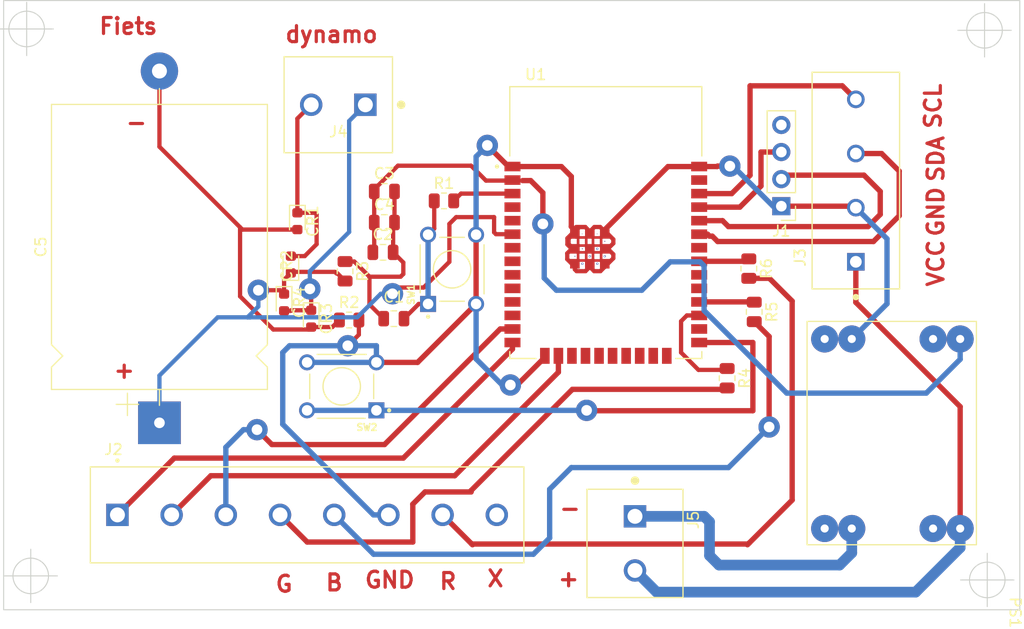
<source format=kicad_pcb>
(kicad_pcb (version 20211014) (generator pcbnew)
  (layers (0 "F.Cu" signal) (31 "B.Cu" signal) (34 "B.Paste" user) (35 "F.Paste" user) (36 "B.SilkS" user "B.Silkscreen") (37 "F.SilkS" user "F.Silkscreen") (38 "B.Mask" user) (39 "F.Mask" user) (44 "Edge.Cuts" user))
  (net 0 "")
  (net 1 "GND")
  (net 2 "Net-(C1-Pad2)")
  (net 3 "Net-(C2-Pad1)")
  (net 4 "Net-(C5-Pad1)")
  (net 5 "Net-(C5-Pad2)")
  (net 6 "Net-(CR1-Pad1)")
  (net 7 "Net-(CR3-Pad1)")
  (net 8 "Net-(J1-Pad2)")
  (net 9 "Net-(J1-Pad3)")
  (net 10 "Net-(J2-Pad1)")
  (net 11 "Net-(J2-Pad2)")
  (net 12 "Net-(J2-Pad3)")
  (net 13 "Net-(J2-Pad4)")
  (net 14 "Net-(J2-Pad5)")
  (net 15 "Net-(J2-Pad7)")
  (net 17 "Net-(J3-Pad3)")
  (net 18 "Net-(J3-Pad4)")
  (net 19 "Net-(R1-Pad2)")
  (net 21 "Net-(SW2-Pad1)")
  (net 46 "Net-(R4-Pad1)")
  (net 47 "Net-(R5-Pad1)")
  (net 48 "Net-(R6-Pad1)")
  (net 49 "Net-(J3-Pad1)")
  (net 50 "Net-(J5-Pad1)")
  (footprint "Diode_SMD:D_0603_1608Metric" (layer "F.Cu") (at 147.5485 47.244 -90)
    (fp_text reference "CR1" (at 0 -1.43 90) (layer "F.SilkS"))
    (fp_text value "1N4148W-TP")
    (pad "1" smd roundrect (at -0.7875 0 270) (size 0.875 0.95) (layers "F.Cu" "F.Paste" "F.Mask") (net 6 "Net-(CR1-Pad1)"))
    (pad "2" smd roundrect (at 0.7875 0 270) (size 0.875 0.95) (layers "F.Cu" "F.Paste" "F.Mask") (net 5 "Net-(C5-Pad2)"))
  )
  (footprint "282837-4:TE_282837-4" (layer "F.Cu") (at 199.898 51.054 90)
    (fp_text reference "J3" (at 0.4057 -5.22403 90) (layer "F.SilkS") (effects (font (size 1.001732 1.001732))))
    (fp_text value "282837-4")
    (pad "1" thru_hole rect locked (at 0 0 90) (size 1.65 1.65) (drill 1.1) (layers *.Cu *.Mask) (net 49 "Net-(J3-Pad1)"))
    (pad "2" thru_hole circle locked (at 5.08 0 90) (size 1.65 1.65) (drill 1.1) (layers *.Cu *.Mask) (net 1 "GND"))
    (pad "3" thru_hole circle locked (at 10.16 0 90) (size 1.65 1.65) (drill 1.1) (layers *.Cu *.Mask) (net 17 "Net-(J3-Pad3)"))
    (pad "4" thru_hole circle locked (at 15.24 0 90) (size 1.65 1.65) (drill 1.1) (layers *.Cu *.Mask) (net 18 "Net-(J3-Pad4)"))
  )
  (footprint "Resistor_SMD:R_0805_2012Metric" (layer "F.Cu") (at 161.29 45.339)
    (fp_text reference "R1" (at 0 -1.65) (layer "F.SilkS"))
    (fp_text value "10k")
    (pad "1" smd roundrect (at -0.9125 0) (size 1.025 1.4) (layers "F.Cu" "F.Paste" "F.Mask") (roundrect_rratio 0.243902) (net 2 "Net-(C1-Pad2)"))
    (pad "2" smd roundrect (at 0.9125 0) (size 1.025 1.4) (layers "F.Cu" "F.Paste" "F.Mask") (roundrect_rratio 0.243902) (net 19 "Net-(R1-Pad2)"))
  )
  (footprint "Resistor_SMD:R_0805_2012Metric" (layer "F.Cu") (at 189.865 51.689 -90)
    (fp_text reference "R6" (at 0 -1.65 -90) (layer "F.SilkS"))
    (fp_text value "82")
    (pad "1" smd roundrect (at -0.9125 0 270) (size 1.025 1.4) (layers "F.Cu" "F.Paste" "F.Mask") (roundrect_rratio 0.243902) (net 48 "Net-(R6-Pad1)"))
    (pad "2" smd roundrect (at 0.9125 0 270) (size 1.025 1.4) (layers "F.Cu" "F.Paste" "F.Mask") (roundrect_rratio 0.243902) (net 15 "Net-(J2-Pad7)"))
  )
  (footprint "Capacitor_SMD:C_0805_2012Metric" (layer "F.Cu") (at 155.575 50.165)
    (fp_text reference "C2" (at 0 -1.68) (layer "F.SilkS"))
    (fp_text value "220u")
    (pad "1" smd roundrect (at -0.95 0) (size 1 1.45) (layers "F.Cu" "F.Paste" "F.Mask") (net 3 "Net-(C2-Pad1)"))
    (pad "2" smd roundrect (at 0.95 0) (size 1 1.45) (layers "F.Cu" "F.Paste" "F.Mask") (net 1 "GND"))
  )
  (footprint "Capacitor_THT:CP_Axial_L26.5mm_D20.0mm_P33.00mm_Horizontal" (layer "F.Cu") (at 134.62 66.159 90)
    (fp_text reference "C5" (at 16.5 -11.12 90) (layer "F.SilkS"))
    (fp_text value "1000µ")
    (pad "1" thru_hole rect (at 0 0 90) (size 4 4) (drill 1) (layers *.Cu *.Mask) (net 4 "Net-(C5-Pad1)"))
    (pad "2" thru_hole oval (at 33 0 90) (size 3.5 3.5) (drill 1.4) (layers *.Cu *.Mask) (net 5 "Net-(C5-Pad2)"))
  )
  (footprint "libraries:TE_282841-2" (layer "F.Cu") (at 151.384 36.322 180)
    (fp_text reference "J4" (at 0 -2.54) (layer "F.SilkS") (effects (font (size 1.000984 1.000984))))
    (fp_text value "282841-2")
    (pad "1" thru_hole rect locked (at -2.54 0 180) (size 2.1 2.1) (drill 1.4) (layers *.Cu *.Mask) (net 7 "Net-(CR3-Pad1)"))
    (pad "2" thru_hole circle locked (at 2.54 0 180) (size 2.1 2.1) (drill 1.4) (layers *.Cu *.Mask) (net 6 "Net-(CR1-Pad1)"))
  )
  (footprint "Diode_SMD:D_0603_1608Metric" (layer "F.Cu") (at 146.304 54.864 -90)
    (fp_text reference "CR4" (at 0 -1.43 90) (layer "F.SilkS"))
    (fp_text value "1N4148W-TP")
    (pad "1" smd roundrect (at -0.7875 0 270) (size 0.875 0.95) (layers "F.Cu" "F.Paste" "F.Mask") (net 4 "Net-(C5-Pad1)"))
    (pad "2" smd roundrect (at 0.7875 0 270) (size 0.875 0.95) (layers "F.Cu" "F.Paste" "F.Mask") (net 7 "Net-(CR3-Pad1)"))
  )
  (footprint "Capacitor_SMD:C_0805_2012Metric" (layer "F.Cu") (at 155.702 44.45)
    (fp_text reference "C3" (at 0 -1.68) (layer "F.SilkS"))
    (fp_text value "22u")
    (pad "1" smd roundrect (at -0.95 0) (size 1 1.45) (layers "F.Cu" "F.Paste" "F.Mask") (net 3 "Net-(C2-Pad1)"))
    (pad "2" smd roundrect (at 0.95 0) (size 1 1.45) (layers "F.Cu" "F.Paste" "F.Mask") (net 1 "GND"))
  )
  (footprint "Capacitor_SMD:C_0805_2012Metric" (layer "F.Cu") (at 156.591 56.388)
    (fp_text reference "C1" (at 0 -2.032) (layer "F.SilkS"))
    (fp_text value "1u")
    (pad "1" smd roundrect locked (at -0.95 0) (size 1 1.45) (layers "F.Cu" "F.Paste" "F.Mask") (net 1 "GND"))
    (pad "2" smd roundrect locked (at 0.95 0) (size 1 1.45) (layers "F.Cu" "F.Paste" "F.Mask") (net 2 "Net-(C1-Pad2)"))
  )
  (footprint "libraries:TE_282841-2" (layer "F.Cu") (at 179.197 77.47 -90)
    (fp_text reference "J5" (at -2.197155 -5.470375 90) (layer "F.SilkS") (effects (font (size 1.000984 1.000984))))
    (fp_text value "282841-2")
    (pad "1" thru_hole rect locked (at -2.54 0 270) (size 2.1 2.1) (drill 1.4) (layers *.Cu *.Mask) (net 50 "Net-(J5-Pad1)"))
    (pad "2" thru_hole circle locked (at 2.54 0 270) (size 2.1 2.1) (drill 1.4) (layers *.Cu *.Mask) (net 49 "Net-(J3-Pad1)"))
  )
  (footprint "Capacitor_SMD:C_0805_2012Metric" (layer "F.Cu") (at 155.702 47.371)
    (fp_text reference "C4" (at 0 -1.68) (layer "F.SilkS"))
    (fp_text value "0.1u")
    (pad "1" smd roundrect (at -0.95 0) (size 1 1.45) (layers "F.Cu" "F.Paste" "F.Mask") (net 3 "Net-(C2-Pad1)"))
    (pad "2" smd roundrect (at 0.95 0) (size 1 1.45) (layers "F.Cu" "F.Paste" "F.Mask") (net 1 "GND"))
  )
  (footprint "Resistor_SMD:R_0805_2012Metric" (layer "F.Cu") (at 190.373 55.753 -90)
    (fp_text reference "R5" (at 0 -1.65 -90) (layer "F.SilkS"))
    (fp_text value "82")
    (pad "1" smd roundrect (at -0.9125 0 270) (size 1.025 1.4) (layers "F.Cu" "F.Paste" "F.Mask") (roundrect_rratio 0.243902) (net 47 "Net-(R5-Pad1)"))
    (pad "2" smd roundrect (at 0.9125 0 270) (size 1.025 1.4) (layers "F.Cu" "F.Paste" "F.Mask") (roundrect_rratio 0.243902) (net 14 "Net-(J2-Pad5)"))
  )
  (footprint "Resistor_SMD:R_0805_2012Metric" (layer "F.Cu") (at 152.019 51.943 -90)
    (fp_text reference "R3" (at 0 -1.65 90) (layer "F.SilkS"))
    (fp_text value "120")
    (pad "1" smd roundrect locked (at -0.9125 0 270) (size 1.025 1.4) (layers "F.Cu" "F.Paste" "F.Mask") (roundrect_rratio 0.243902) (net 1 "GND"))
    (pad "2" smd roundrect (at 0.9125 0 270) (size 1.025 1.4) (layers "F.Cu" "F.Paste" "F.Mask") (roundrect_rratio 0.243902) (net 4 "Net-(C5-Pad1)"))
  )
  (footprint "libraries:SW_1825910-6-4" (layer "F.Cu") (at 151.707 62.738 180)
    (fp_text reference "SW2" (at -2.3627 -3.844398) (layer "F.SilkS") (effects (font (size 0.630643 0.630643))))
    (fp_text value "BOOT")
    (pad "1" thru_hole rect locked (at -3.25 -2.25 180) (size 1.498 1.498) (drill 0.99) (layers *.Cu *.Mask) (net 21 "Net-(SW2-Pad1)"))
    (pad "2" thru_hole circle locked (at 3.25 -2.25 180) (size 1.498 1.498) (drill 0.99) (layers *.Cu *.Mask) (net 21 "Net-(SW2-Pad1)"))
    (pad "3" thru_hole circle locked (at -3.25 2.25 180) (size 1.498 1.498) (drill 0.99) (layers *.Cu *.Mask) (net 1 "GND"))
    (pad "4" thru_hole circle locked (at 3.25 2.25 180) (size 1.498 1.498) (drill 0.99) (layers *.Cu *.Mask) (net 1 "GND"))
  )
  (footprint "Diode_SMD:D_0603_1608Metric" (layer "F.Cu") (at 148.844 56.388 -90)
    (fp_text reference "CR3" (at 0 -1.43 90) (layer "F.SilkS"))
    (fp_text value "1N4148W-TP")
    (pad "1" smd roundrect (at -0.7875 0 270) (size 0.875 0.95) (layers "F.Cu" "F.Paste" "F.Mask") (net 7 "Net-(CR3-Pad1)"))
    (pad "2" smd roundrect (at 0.7875 0 270) (size 0.875 0.95) (layers "F.Cu" "F.Paste" "F.Mask") (net 5 "Net-(C5-Pad2)"))
  )
  (footprint "libraries:XCVR_ESP32-WROOM-32E_(16MB)" (layer "F.Cu") (at 176.4615 47.375)
    (fp_text reference "U1" (at -6.575 -13.885) (layer "F.SilkS"))
    (fp_text value "ESP32-WROOM-32E_(16MB)")
    (pad "1" smd rect locked (at -8.75 -5.26) (size 1.5 0.9) (layers "F.Cu" "F.Paste" "F.Mask") (net 1 "GND"))
    (pad "2" smd rect locked (at -8.75 -3.99) (size 1.5 0.9) (layers "F.Cu" "F.Paste" "F.Mask") (net 3 "Net-(C2-Pad1)"))
    (pad "3" smd rect locked (at -8.75 -2.72) (size 1.5 0.9) (layers "F.Cu" "F.Paste" "F.Mask") (net 19 "Net-(R1-Pad2)"))
    (pad "4" smd rect locked (at -8.75 -1.45) (size 1.5 0.9) (layers "F.Cu" "F.Paste" "F.Mask"))
    (pad "5" smd rect locked (at -8.75 -0.18) (size 1.5 0.9) (layers "F.Cu" "F.Paste" "F.Mask"))
    (pad "6" smd rect locked (at -8.75 1.09) (size 1.5 0.9) (layers "F.Cu" "F.Paste" "F.Mask") (net 4 "Net-(C5-Pad1)"))
    (pad "7" smd rect locked (at -8.75 2.36) (size 1.5 0.9) (layers "F.Cu" "F.Paste" "F.Mask"))
    (pad "8" smd rect locked (at -8.75 3.63) (size 1.5 0.9) (layers "F.Cu" "F.Paste" "F.Mask"))
    (pad "9" smd rect locked (at -8.75 4.9) (size 1.5 0.9) (layers "F.Cu" "F.Paste" "F.Mask"))
    (pad "10" smd rect locked (at -8.75 6.17) (size 1.5 0.9) (layers "F.Cu" "F.Paste" "F.Mask"))
    (pad "11" smd rect locked (at -8.75 7.44) (size 1.5 0.9) (layers "F.Cu" "F.Paste" "F.Mask"))
    (pad "12" smd rect locked (at -8.75 8.71) (size 1.5 0.9) (layers "F.Cu" "F.Paste" "F.Mask"))
    (pad "13" smd rect locked (at -8.75 9.98) (size 1.5 0.9) (layers "F.Cu" "F.Paste" "F.Mask") (net 12 "Net-(J2-Pad3)"))
    (pad "14" smd rect locked (at -8.75 11.25) (size 1.5 0.9) (layers "F.Cu" "F.Paste" "F.Mask") (net 10 "Net-(J2-Pad1)"))
    (pad "15" smd rect locked (at -5.715 12.5) (size 0.9 1.5) (layers "F.Cu" "F.Paste" "F.Mask") (net 1 "GND"))
    (pad "16" smd rect locked (at -4.445 12.5) (size 0.9 1.5) (layers "F.Cu" "F.Paste" "F.Mask") (net 11 "Net-(J2-Pad2)"))
    (pad "17" smd rect locked (at -3.175 12.5) (size 0.9 1.5) (layers "F.Cu" "F.Paste" "F.Mask"))
    (pad "18" smd rect locked (at -1.905 12.5) (size 0.9 1.5) (layers "F.Cu" "F.Paste" "F.Mask"))
    (pad "19" smd rect locked (at -0.635 12.5) (size 0.9 1.5) (layers "F.Cu" "F.Paste" "F.Mask"))
    (pad "20" smd rect locked (at 0.635 12.5) (size 0.9 1.5) (layers "F.Cu" "F.Paste" "F.Mask"))
    (pad "21" smd rect locked (at 1.905 12.5) (size 0.9 1.5) (layers "F.Cu" "F.Paste" "F.Mask"))
    (pad "22" smd rect locked (at 3.175 12.5) (size 0.9 1.5) (layers "F.Cu" "F.Paste" "F.Mask"))
    (pad "23" smd rect locked (at 4.445 12.5) (size 0.9 1.5) (layers "F.Cu" "F.Paste" "F.Mask"))
    (pad "24" smd rect locked (at 5.715 12.5) (size 0.9 1.5) (layers "F.Cu" "F.Paste" "F.Mask"))
    (pad "25" smd rect locked (at 8.75 11.25) (size 1.5 0.9) (layers "F.Cu" "F.Paste" "F.Mask") (net 21 "Net-(SW2-Pad1)"))
    (pad "26" smd rect locked (at 8.75 9.98) (size 1.5 0.9) (layers "F.Cu" "F.Paste" "F.Mask"))
    (pad "27" smd rect locked (at 8.75 8.71) (size 1.5 0.9) (layers "F.Cu" "F.Paste" "F.Mask") (net 46 "Net-(R4-Pad1)"))
    (pad "28" smd rect locked (at 8.75 7.44) (size 1.5 0.9) (layers "F.Cu" "F.Paste" "F.Mask") (net 47 "Net-(R5-Pad1)"))
    (pad "29" smd rect locked (at 8.75 6.17) (size 1.5 0.9) (layers "F.Cu" "F.Paste" "F.Mask"))
    (pad "30" smd rect locked (at 8.75 4.9) (size 1.5 0.9) (layers "F.Cu" "F.Paste" "F.Mask"))
    (pad "31" smd rect locked (at 8.75 3.63) (size 1.5 0.9) (layers "F.Cu" "F.Paste" "F.Mask") (net 48 "Net-(R6-Pad1)"))
    (pad "32" smd rect locked (at 8.75 2.36) (size 1.5 0.9) (layers "F.Cu" "F.Paste" "F.Mask"))
    (pad "33" smd rect locked (at 8.75 1.09) (size 1.5 0.9) (layers "F.Cu" "F.Paste" "F.Mask") (net 17 "Net-(J3-Pad3)"))
    (pad "34" smd rect locked (at 8.75 -0.18) (size 1.5 0.9) (layers "F.Cu" "F.Paste" "F.Mask") (net 8 "Net-(J1-Pad2)"))
    (pad "35" smd rect locked (at 8.75 -1.45) (size 1.5 0.9) (layers "F.Cu" "F.Paste" "F.Mask") (net 9 "Net-(J1-Pad3)"))
    (pad "36" smd rect locked (at 8.75 -2.72) (size 1.5 0.9) (layers "F.Cu" "F.Paste" "F.Mask") (net 18 "Net-(J3-Pad4)"))
    (pad "37" smd rect locked (at 8.75 -3.99) (size 1.5 0.9) (layers "F.Cu" "F.Paste" "F.Mask"))
    (pad "38" smd rect locked (at 8.75 -5.26) (size 1.5 0.9) (layers "F.Cu" "F.Paste" "F.Mask") (net 1 "GND"))
    (pad "39_1" smd rect locked (at -2.9 1.06) (size 0.9 0.9) (layers "F.Cu" "F.Paste" "F.Mask") (net 1 "GND"))
    (pad "39_2" smd rect locked (at -1.5 1.06) (size 0.9 0.9) (layers "F.Cu" "F.Paste" "F.Mask") (net 1 "GND"))
    (pad "39_3" smd rect locked (at -0.1 1.06) (size 0.9 0.9) (layers "F.Cu" "F.Paste" "F.Mask") (net 1 "GND"))
    (pad "39_4" smd rect locked (at -2.9 2.46) (size 0.9 0.9) (layers "F.Cu" "F.Paste" "F.Mask") (net 1 "GND"))
    (pad "39_5" smd rect locked (at -1.5 2.46) (size 0.9 0.9) (layers "F.Cu" "F.Paste" "F.Mask") (net 1 "GND"))
    (pad "39_6" smd rect locked (at -0.1 2.46) (size 0.9 0.9) (layers "F.Cu" "F.Paste" "F.Mask") (net 1 "GND"))
    (pad "39_7" smd rect locked (at -2.9 3.86) (size 0.9 0.9) (layers "F.Cu" "F.Paste" "F.Mask") (net 1 "GND"))
    (pad "39_8" smd rect locked (at -1.5 3.86) (size 0.9 0.9) (layers "F.Cu" "F.Paste" "F.Mask") (net 1 "GND"))
    (pad "39_9" smd rect locked (at -0.1 3.86) (size 0.9 0.9) (layers "F.Cu" "F.Paste" "F.Mask") (net 1 "GND"))
    (pad "39_10" thru_hole circle locked (at -2.2 1.06) (size 0.1 0.1) (drill 0.2) (layers *.Cu))
    (pad "39_11" thru_hole circle locked (at -0.8 1.06) (size 0.1 0.1) (drill 0.2) (layers *.Cu))
    (pad "39_12" thru_hole circle locked (at -2.9 1.76) (size 0 0) (drill 0.762) (layers *.Cu))
    (pad "39_13" thru_hole circle locked (at -1.5 1.76) (size 0 0) (drill 0.762) (layers *.Cu))
    (pad "39_14" thru_hole circle locked (at -0.1 1.76) (size 0.1 0.1) (drill 0.05) (layers *.Cu))
    (pad "39_15" thru_hole circle locked (at -2.2 2.46) (size 0.1 0.1) (drill 0.05) (layers *.Cu))
    (pad "39_16" thru_hole circle locked (at -0.8 2.46) (size 0.2 0.2) (drill 0.1) (layers *.Cu))
    (pad "39_17" thru_hole circle locked (at -2.9 3.16) (size 0.1 0.1) (drill 0.05) (layers *.Cu))
    (pad "39_18" thru_hole circle locked (at -1.5 3.16) (size 0.2 0.2) (drill 0.1) (layers *.Cu))
    (pad "39_19" thru_hole circle locked (at -0.1 3.16) (size 0.2 0.2) (drill 0.1) (layers *.Cu))
    (pad "39_20" thru_hole circle locked (at -2.2 3.86) (size 0.2 0.2) (drill 0.1) (layers *.Cu))
    (pad "39_21" thru_hole circle locked (at -0.8 3.86) (size 0.2 0.2) (drill 0.1) (layers *.Cu))
  )
  (footprint "Resistor_SMD:R_0805_2012Metric" (layer "F.Cu") (at 187.833 61.976 -90)
    (fp_text reference "R4" (at 0 -1.65 90) (layer "F.SilkS"))
    (fp_text value "82")
    (pad "1" smd roundrect (at -0.9125 0 270) (size 1.025 1.4) (layers "F.Cu" "F.Paste" "F.Mask") (roundrect_rratio 0.243902) (net 46 "Net-(R4-Pad1)"))
    (pad "2" smd roundrect (at 0.9125 0 270) (size 1.025 1.4) (layers "F.Cu" "F.Paste" "F.Mask") (roundrect_rratio 0.243902) (net 13 "Net-(J2-Pad4)"))
  )
  (footprint "Resistor_SMD:R_0805_2012Metric" (layer "F.Cu") (at 152.4 56.515)
    (fp_text reference "R2" (at 0 -1.65) (layer "F.SilkS"))
    (fp_text value "560")
    (pad "1" smd roundrect (at -0.9125 0) (size 1.025 1.4) (layers "F.Cu" "F.Paste" "F.Mask") (roundrect_rratio 0.243902) (net 5 "Net-(C5-Pad2)"))
    (pad "2" smd roundrect (at 0.9125 0) (size 1.025 1.4) (layers "F.Cu" "F.Paste" "F.Mask") (roundrect_rratio 0.243902) (net 1 "GND"))
  )
  (footprint "Diode_SMD:D_0603_1608Metric" (layer "F.Cu") (at 146.939 51.308 90)
    (fp_text reference "CR2" (at -0.127 -0.381 90) (layer "F.SilkS"))
    (fp_text value "1N4148W-TP")
    (pad "1" smd roundrect (at -0.7875 0 90) (size 0.875 0.95) (layers "F.Cu" "F.Paste" "F.Mask") (net 4 "Net-(C5-Pad1)"))
    (pad "2" smd roundrect (at 0.7875 0 90) (size 0.875 0.95) (layers "F.Cu" "F.Paste" "F.Mask") (net 6 "Net-(CR1-Pad1)"))
  )
  (footprint "libraries:Buck Converter" (layer "F.Cu") (at 203.327 67.183 -90)
    (fp_text reference "PS1" (at 16.764 -11.509 -90 unlocked) (layer "F.SilkS"))
    (fp_text value "ITX0512SA")
    (pad "1a" thru_hole circle (at 8.89 -6.35 270) (size 2.54 2.54) (drill 0.762) (layers *.Cu *.Mask) (net 49 "Net-(J3-Pad1)"))
    (pad "1b" thru_hole circle (at 8.89 -3.81 270) (size 2.54 2.54) (drill 0.762) (layers *.Cu *.Mask))
    (pad "2a" thru_hole circle (at 8.89 3.81 270) (size 2.54 2.54) (drill 0.762) (layers *.Cu *.Mask) (net 50 "Net-(J5-Pad1)"))
    (pad "2b" thru_hole circle (at 8.89 6.35 270) (size 2.54 2.54) (drill 0.762) (layers *.Cu *.Mask))
    (pad "3a" thru_hole circle (at -8.89 -6.35 270) (size 2.54 2.54) (drill 0.762) (layers *.Cu *.Mask) (net 3 "Net-(C2-Pad1)"))
    (pad "3b" thru_hole circle (at -8.89 -3.81 270) (size 2.54 2.54) (drill 0.762) (layers *.Cu *.Mask))
    (pad "4a" thru_hole circle (at -8.89 3.81 270) (size 2.54 2.54) (drill 0.762) (layers *.Cu *.Mask) (net 1 "GND"))
    (pad "4b" thru_hole circle (at -8.89 6.35 270) (size 2.54 2.54) (drill 0.762) (layers *.Cu *.Mask))
  )
  (footprint "libraries:TE_282841-8" (layer "F.Cu") (at 148.463 74.7945)
    (fp_text reference "J2" (at -18.145 -6.135) (layer "F.SilkS"))
    (fp_text value "R pinnen RGB strips")
    (pad "1" thru_hole rect locked (at -17.78 0) (size 2.1 2.1) (drill 1.4) (layers *.Cu *.Mask) (net 10 "Net-(J2-Pad1)"))
    (pad "2" thru_hole circle locked (at -12.7 0) (size 2.1 2.1) (drill 1.4) (layers *.Cu *.Mask) (net 11 "Net-(J2-Pad2)"))
    (pad "3" thru_hole circle locked (at -7.62 0) (size 2.1 2.1) (drill 1.4) (layers *.Cu *.Mask) (net 12 "Net-(J2-Pad3)"))
    (pad "4" thru_hole circle locked (at -2.54 0) (size 2.1 2.1) (drill 1.4) (layers *.Cu *.Mask) (net 13 "Net-(J2-Pad4)"))
    (pad "5" thru_hole circle locked (at 2.54 0) (size 2.1 2.1) (drill 1.4) (layers *.Cu *.Mask) (net 14 "Net-(J2-Pad5)"))
    (pad "6" thru_hole circle locked (at 7.62 0) (size 2.1 2.1) (drill 1.4) (layers *.Cu *.Mask) (net 1 "GND"))
    (pad "7" thru_hole circle locked (at 12.7 0) (size 2.1 2.1) (drill 1.4) (layers *.Cu *.Mask) (net 15 "Net-(J2-Pad7)"))
    (pad "8" thru_hole circle locked (at 17.78 0) (size 2.1 2.1) (drill 1.4) (layers *.Cu *.Mask))
  )
  (footprint "Connector_PinHeader_2.54mm:PinHeader_1x04_P2.54mm_Vertical" (layer "F.Cu") (at 192.913 45.837 180)
    (fp_text reference "J1" (at 0 -2.33) (layer "F.SilkS"))
    (fp_text value "Conn_01x04_Female")
    (pad "1" thru_hole rect (at 0 0 180) (size 1.7 1.7) (drill 1) (layers *.Cu *.Mask) (net 1 "GND"))
    (pad "2" thru_hole oval (at 0 2.54 180) (size 1.7 1.7) (drill 1) (layers *.Cu *.Mask) (net 8 "Net-(J1-Pad2)"))
    (pad "3" thru_hole oval (at 0 5.08 180) (size 1.7 1.7) (drill 1) (layers *.Cu *.Mask) (net 9 "Net-(J1-Pad3)"))
    (pad "4" thru_hole oval (at 0 7.62 180) (size 1.7 1.7) (drill 1) (layers *.Cu *.Mask) (net 3 "Net-(C2-Pad1)"))
  )
  (footprint "libraries:SW_1825910-6-4" (layer "F.Cu") (at 162.052 51.758 90)
    (fp_text reference "SW1" (at -2.3627 -3.844398 90) (layer "F.SilkS") (effects (font (size 0.630643 0.630643))))
    (fp_text value "ENABLE")
    (pad "1" thru_hole rect locked (at -3.25 -2.25 90) (size 1.498 1.498) (drill 0.99) (layers *.Cu *.Mask) (net 2 "Net-(C1-Pad2)"))
    (pad "2" thru_hole circle locked (at 3.25 -2.25 90) (size 1.498 1.498) (drill 0.99) (layers *.Cu *.Mask) (net 2 "Net-(C1-Pad2)"))
    (pad "3" thru_hole circle locked (at -3.25 2.25 90) (size 1.498 1.498) (drill 0.99) (layers *.Cu *.Mask) (net 1 "GND"))
    (pad "4" thru_hole circle locked (at 3.25 2.25 90) (size 1.498 1.498) (drill 0.99) (layers *.Cu *.Mask) (net 1 "GND"))
  )
  (gr_rect (start 120.015 26.543) (end 215.265 83.693) (layer "Edge.Cuts") (width 0.1) (fill none))
  (gr_text "VCC" (at 207.391 51.181 90) (layer "F.Cu") (effects (font (size 1.5 1.5) (thickness 0.3))))
  (gr_text "dynamo" (at 150.749 29.718) (layer "F.Cu") (effects (font (size 1.5 1.5) (thickness 0.3))))
  (gr_text "GND" (at 156.21 80.899) (layer "F.Cu") (effects (font (size 1.5 1.5) (thickness 0.3))))
  (gr_text "B" (at 151.003 81.153) (layer "F.Cu") (effects (font (size 1.5 1.5) (thickness 0.3))))
  (gr_text "-\n" (at 132.461 37.973) (layer "F.Cu") (effects (font (size 1.5 1.5) (thickness 0.3)) (justify mirror)))
  (gr_text "GND" (at 207.391 46.355 90) (layer "F.Cu") (effects (font (size 1.5 1.5) (thickness 0.3))))
  (gr_text "Fiets" (at 131.699 28.956) (layer "F.Cu") (effects (font (size 1.5 1.5) (thickness 0.3))))
  (gr_text "R" (at 161.671 81.026) (layer "F.Cu") (effects (font (size 1.5 1.5) (thickness 0.3))))
  (gr_text "SCL" (at 207.137 36.449 90) (layer "F.Cu") (effects (font (size 1.5 1.5) (thickness 0.3))))
  (gr_text "+" (at 131.318 61.214) (layer "F.Cu") (effects (font (size 1.5 1.5) (thickness 0.3)) (justify mirror)))
  (gr_text "G" (at 146.304 81.28) (layer "F.Cu") (effects (font (size 1.5 1.5) (thickness 0.3))))
  (gr_text "SDA" (at 207.391 41.402 90) (layer "F.Cu") (effects (font (size 1.5 1.5) (thickness 0.3))))
  (gr_text "X" (at 166.116 80.772) (layer "F.Cu") (effects (font (size 1.5 1.5) (thickness 0.3)) (justify mirror)))
  (gr_text "-\n" (at 173.101 74.168) (layer "F.Cu") (effects (font (size 1.5 1.5) (thickness 0.3))))
  (gr_text "+" (at 172.974 80.772) (layer "F.Cu") (effects (font (size 1.5 1.5) (thickness 0.3))))
  (target plus (at 211.963 29.337) (size 5) (width 0.1) (layer "Edge.Cuts"))
  (target plus (at 122.174 29.21) (size 5) (width 0.1) (layer "Edge.Cuts"))
  (target plus (at 122.555 80.518) (size 5) (width 0.1) (layer "Edge.Cuts"))
  (target plus (at 212.217 80.899) (size 5) (width 0.1) (layer "Edge.Cuts"))
  (segment (start 186.895 42.115) (end 185.2115 42.115) (width 0.5) (layer "F.Cu") (net 1))
  (segment (start 173.272241 48.435) (end 172.861989 48.845252) (width 0.4) (layer "F.Cu") (net 1))
  (segment (start 176.650759 49.835) (end 176.3615 49.835) (width 0.4) (layer "F.Cu") (net 1))
  (segment (start 173.64652 48.768) (end 174.625 48.768) (width 0.25) (layer "F.Cu") (net 1))
  (segment (start 199.761 45.837) (end 199.898 45.974) (width 0.5) (layer "F.Cu") (net 1))
  (segment (start 167.7115 42.115) (end 172.29 42.115) (width 0.5) (layer "F.Cu") (net 1))
  (segment (start 154.305 55.052) (end 155.641 56.388) (width 0.4) (layer "F.Cu") (net 1))
  (segment (start 165.354 40.132) (end 167.337 42.115) (width 0.5) (layer "F.Cu") (net 1))
  (segment (start 176.3615 48.216452) (end 175.930537 47.785489) (width 0.4) (layer "F.Cu") (net 1))
  (segment (start 164.302 55.008) (end 158.822 60.488) (width 0.5) (layer "F.Cu") (net 1))
  (segment (start 175.26 50.05676) (end 175.26 51.03524) (width 0.25) (layer "F.Cu") (net 1))
  (segment (start 176.3615 51.235) (end 176.3615 51.524259) (width 0.4) (layer "F.Cu") (net 1))
  (segment (start 173.5615 51.7685) (end 173.5615 51.235) (width 0.4) (layer "F.Cu") (net 1))
  (segment (start 173.863 48.65976) (end 173.863 49.63824) (width 0.25) (layer "F.Cu") (net 1))
  (segment (start 153.3125 57.8885) (end 152.273 58.928) (width 0.4) (layer "F.Cu") (net 1))
  (segment (start 174.625 48.78676) (end 174.625 49.76524) (width 0.25) (layer "F.Cu") (net 1))
  (segment (start 173.272241 49.835) (end 173.5615 49.835) (width 0.4) (layer "F.Cu") (net 1))
  (segment (start 188.33198 42.077127) (end 186.932873 42.077127) (width 0.5) (layer "F.Cu") (net 1))
  (segment (start 173.702511 47.785489) (end 173.5615 47.9265) (width 0.4) (layer "F.Cu") (net 1))
  (segment (start 157.48 51.12) (end 156.525 50.165) (width 0.4) (layer "F.Cu") (net 1))
  (segment (start 173.272241 49.835) (end 172.847 50.260241) (width 0.4) (layer "F.Cu") (net 1))
  (segment (start 175.15176 50.165) (end 176.13024 50.165) (width 0.25) (layer "F.Cu") (net 1))
  (segment (start 174.9615 48.216452) (end 174.530537 47.785489) (width 0.4) (layer "F.Cu") (net 1))
  (segment (start 174.625 50.05676) (end 174.625 51.03524) (width 0.25) (layer "F.Cu") (net 1))
  (segment (start 172.861989 48.845252) (end 172.861989 49.424748) (width 0.4) (layer "F.Cu") (net 1))
  (segment (start 177.165 48.949241) (end 176.650759 48.435) (width 0.4) (layer "F.Cu") (net 1))
  (segment (start 173.5615 48.435) (end 173.413662 48.435) (width 0.4) (layer "F.Cu") (net 1))
  (segment (start 175.26 48.65976) (end 175.26 49.63824) (width 0.25) (layer "F.Cu") (net 1))
  (segment (start 175.15176 48.768) (end 176.13024 48.768) (width 0.25) (layer "F.Cu") (net 1))
  (segment (start 156.652 47.371) (end 156.652 44.45) (width 0.4) (layer "F.Cu") (net 1))
  (segment (start 177.165 50.349241) (end 176.650759 49.835) (width 0.4) (layer "F.Cu") (net 1))
  (segment (start 186.932873 42.077127) (end 186.895 42.115) (width 0.5) (layer "F.Cu") (net 1))
  (segment (start 156.525 50.165) (end 156.525 47.498) (width 0.4) (layer "F.Cu") (net 1))
  (segment (start 154.305 52.451) (end 157.226 52.451) (width 0.4) (layer "F.Cu") (net 1))
  (segment (start 176.3615 51.235) (end 176.650759 51.235) (width 0.4) (layer "F.Cu") (net 1))
  (segment (start 175.930537 47.785489) (end 175.392463 47.785489) (width 0.4) (layer "F.Cu") (net 1))
  (segment (start 157.226 52.451) (end 157.48 52.197) (width 0.4) (layer "F.Cu") (net 1))
  (segment (start 174.530537 47.785489) (end 173.702511 47.785489) (width 0.4) (layer "F.Cu") (net 1))
  (segment (start 173.228 43.053) (end 173.228 47.752) (width 0.5) (layer "F.Cu") (net 1))
  (segment (start 174.551248 51.934511) (end 173.727511 51.934511) (width 0.4) (layer "F.Cu") (net 1))
  (segment (start 174.9615 51.235) (end 174.9615 51.524259) (width 0.4) (layer "F.Cu") (net 1))
  (segment (start 156.525 47.498) (end 156.652 47.371) (width 0.4) (layer "F.Cu") (net 1))
  (segment (start 176.022 50.05676) (end 176.022 51.03524) (width 0.25) (layer "F.Cu") (net 1))
  (segment (start 173.75476 50.927) (end 174.73324 50.927) (width 0.25) (layer "F.Cu") (net 1))
  (segment (start 177.165 49.320759) (end 177.165 48.949241) (width 0.4) (layer "F.Cu") (net 1))
  (segment (start 172.961989 49.383327) (end 173.413662 49.835) (width 0.4) (layer "F.Cu") (net 1))
  (segment (start 153.3125 56.515) (end 153.3125 57.8885) (width 0.4) (layer "F.Cu") (net 1))
  (segment (start 176.650759 51.235) (end 177.165 50.720759) (width 0.4) (layer "F.Cu") (net 1))
  (segment (start 173.75476 50.165) (end 174.73324 50.165) (width 0.25) (layer "F.Cu") (net 1))
  (segment (start 168.148 62.611) (end 170.7465 60.0125) (width 0.5) (layer "F.Cu") (net 1))
  (segment (start 164.302 48.508) (end 164.302 55.008) (width 0.5) (layer "F.Cu") (net 1))
  (segment (start 173.5615 47.9265) (end 173.5615 48.435) (width 0.4) (layer "F.Cu") (net 1))
  (segment (start 170.7465 60.0125) (end 170.7465 59.875) (width 0.5) (layer "F.Cu") (net 1))
  (segment (start 182.294 42.115) (end 176.403 48.006) (width 0.5) (layer "F.Cu") (net 1))
  (segment (start 167.337 42.115) (end 167.7115 42.115) (width 0.5) (layer "F.Cu") (net 1))
  (segment (start 173.272241 51.235) (end 173.5615 51.235) (width 0.4) (layer "F.Cu") (net 1))
  (segment (start 172.961989 48.815963) (end 173.992463 47.785489) (width 0.4) (layer "F.Cu") (net 1))
  (segment (start 175.392463 47.785489) (end 175.006 48.171952) (width 0.4) (layer "F.Cu") (net 1))
  (segment (start 176.022 48.65976) (end 176.022 49.63824) (width 0.25) (layer "F.Cu") (net 1))
  (segment (start 174.9615 51.524259) (end 174.551248 51.934511) (width 0.4) (layer "F.Cu") (net 1))
  (segment (start 176.650759 49.835) (end 177.165 49.320759) (width 0.4) (layer "F.Cu") (net 1))
  (segment (start 175.006 48.171952) (end 175.006 48.435489) (width 0.4) (layer "F.Cu") (net 1))
  (segment (start 192.913 45.837) (end 199.761 45.837) (width 0.5) (layer "F.Cu") (net 1))
  (segment (start 172.847 50.260241) (end 172.847 50.809759) (width 0.4) (layer "F.Cu") (net 1))
  (segment (start 173.413662 49.835) (end 173.5615 49.835) (width 0.4) (layer "F.Cu") (net 1))
  (segment (start 175.15176 50.927) (end 176.13024 50.927) (width 0.25) (layer "F.Cu") (net 1))
  (segment (start 173.228 47.752) (end 173.482 48.006) (width 0.5) (layer "F.Cu") (net 1))
  (segment (start 173.413662 48.435) (end 172.961989 48.886673) (width 0.4) (layer "F.Cu") (net 1))
  (segment (start 172.961989 49.383327) (end 172.961989 48.815963) (width 0.4) (layer "F.Cu") (net 1))
  (segment (start 157.48 52.197) (end 157.48 51.12) (width 0.4) (layer "F.Cu") (net 1))
  (segment (start 154.305 52.451) (end 154.305 55.052) (width 0.4) (layer "F.Cu") (net 1))
  (segment (start 175.951248 51.934511) (end 175.371752 51.934511) (width 0.4) (layer "F.Cu") (net 1))
  (segment (start 167.513 62.611) (end 168.148 62.611) (width 0.5) (layer "F.Cu") (net 1))
  (segment (start 175.15176 49.53) (end 176.13024 49.53) (width 0.25) (layer "F.Cu") (net 1))
  (segment (start 172.961989 48.886673) (end 172.961989 49.383327) (width 0.4) (layer "F.Cu") (net 1))
  (segment (start 152.8845 51.0305) (end 154.305 52.451) (width 0.4) (layer "F.Cu") (net 1))
  (segment (start 176.3615 48.435) (end 176.3615 48.216452) (width 0.4) (layer "F.Cu") (net 1))
  (segment (start 172.847 50.809759) (end 173.272241 51.235) (width 0.4) (layer "F.Cu") (net 1))
  (segment (start 176.3615 51.524259) (end 175.951248 51.934511) (width 0.4) (layer "F.Cu") (net 1))
  (segment (start 177.165 50.720759) (end 177.165 50.349241) (width 0.4) (layer "F.Cu") (net 1))
  (segment (start 158.822 60.488) (end 154.957 60.488) (width 0.5) (layer "F.Cu") (net 1))
  (segment (start 172.29 42.115) (end 173.228 43.053) (width 0.5) (layer "F.Cu") (net 1))
  (segment (start 172.861989 49.424748) (end 173.272241 49.835) (width 0.4) (layer "F.Cu") (net 1))
  (segment (start 153.4395 56.388) (end 153.3125 56.515) (width 0.4) (layer "F.Cu") (net 1))
  (segment (start 173.75476 49.53) (end 174.73324 49.53) (width 0.25) (layer "F.Cu") (net 1))
  (segment (start 185.2115 42.115) (end 182.294 42.115) (width 0.5) (layer "F.Cu") (net 1))
  (segment (start 176.650759 48.435) (end 176.3615 48.435) (width 0.4) (layer "F.Cu") (net 1))
  (segment (start 175.371752 51.934511) (end 174.9615 51.524259) (width 0.4) (layer "F.Cu") (net 1))
  (segment (start 173.863 50.18376) (end 173.863 51.16224) (width 0.25) (layer "F.Cu") (net 1))
  (segment (start 152.019 51.0305) (end 152.8845 51.0305) (width 0.4) (layer "F.Cu") (net 1))
  (segment (start 173.992463 47.785489) (end 174.530537 47.785489) (width 0.4) (layer "F.Cu") (net 1))
  (segment (start 173.5615 48.435) (end 173.272241 48.435) (width 0.4) (layer "F.Cu") (net 1))
  (segment (start 173.727511 51.934511) (end 173.5615 51.7685) (width 0.4) (layer "F.Cu") (net 1))
  (via (at 165.354 40.132) (size 2) (drill 1) (layers "F.Cu" "B.Cu") (net 1))
  (via (at 167.513 62.611) (size 2) (drill 1) (layers "F.Cu" "B.Cu") (net 1))
  (via (at 188.087 42.077127) (size 2) (drill 1) (layers "F.Cu" "B.Cu") (net 1))
  (via (at 152.273 58.928) (size 2) (drill 1) (layers "F.Cu" "B.Cu") (net 1))
  (segment (start 148.457 60.488) (end 154.957 60.488) (width 0.5) (layer "B.Cu") (net 1))
  (segment (start 148.457 60.712) (end 148.336 60.833) (width 0.5) (layer "B.Cu") (net 1))
  (segment (start 166.751 62.611) (end 164.302 60.162) (width 0.5) (layer "B.Cu") (net 1))
  (segment (start 154.957 58.928) (end 152.273 58.928) (width 0.5) (layer "B.Cu") (net 1))
  (segment (start 165.354 40.132) (end 164.302 41.184) (width 0.5) (layer "B.Cu") (net 1))
  (segment (start 152.273 58.928) (end 146.812 58.928) (width 0.5) (layer "B.Cu") (net 1))
  (segment (start 156.305511 74.571989) (end 156.083 74.7945) (width 0.5) (layer "B.Cu") (net 1))
  (segment (start 154.6775 74.7945) (end 156.083 74.7945) (width 0.5) (layer "B.Cu") (net 1))
  (segment (start 146.812 58.928) (end 146.177 59.563) (width 0.5) (layer "B.Cu") (net 1))
  (segment (start 192.141 45.837) (end 192.913 45.837) (width 0.5) (layer "B.Cu") (net 1))
  (segment (start 154.957 60.488) (end 154.957 58.928) (width 0.5) (layer "B.Cu") (net 1))
  (segment (start 167.513 62.611) (end 166.751 62.611) (width 0.5) (layer "B.Cu") (net 1))
  (segment (start 188.381127 42.077127) (end 192.141 45.837) (width 0.5) (layer "B.Cu") (net 1))
  (segment (start 164.302 41.184) (end 164.302 48.508) (width 0.5) (layer "B.Cu") (net 1))
  (segment (start 146.177 59.563) (end 146.177 66.294) (width 0.5) (layer "B.Cu") (net 1))
  (segment (start 202.819 48.895) (end 202.819 54.991) (width 0.5) (layer "B.Cu") (net 1))
  (segment (start 188.33198 42.077127) (end 188.381127 42.077127) (width 0.5) (layer "B.Cu") (net 1))
  (segment (start 202.819 54.991) (end 199.517 58.293) (width 0.5) (layer "B.Cu") (net 1))
  (segment (start 148.457 60.488) (end 148.457 60.712) (width 0.5) (layer "B.Cu") (net 1))
  (segment (start 199.898 45.974) (end 202.819 48.895) (width 0.5) (layer "B.Cu") (net 1))
  (segment (start 164.302 60.162) (end 164.302 55.008) (width 0.5) (layer "B.Cu") (net 1))
  (segment (start 146.177 66.294) (end 154.6775 74.7945) (width 0.5) (layer "B.Cu") (net 1))
  (segment (start 160.3775 47.9325) (end 159.802 48.508) (width 0.4) (layer "F.Cu") (net 2))
  (segment (start 160.3775 45.339) (end 160.3775 47.9325) (width 0.4) (layer "F.Cu") (net 2))
  (segment (start 157.541 56.388) (end 158.921 55.008) (width 0.4) (layer "F.Cu") (net 2))
  (segment (start 158.921 55.008) (end 159.802 55.008) (width 0.4) (layer "F.Cu") (net 2))
  (segment (start 159.802 48.508) (end 159.802 55.008) (width 0.5) (layer "B.Cu") (net 2))
  (segment (start 169.418 43.434) (end 168.656 43.434) (width 0.5) (layer "F.Cu") (net 3))
  (segment (start 209.677 58.293) (end 209.677 58.039) (width 0.5) (layer "F.Cu") (net 3))
  (segment (start 163.83 42.037) (end 165.227 43.434) (width 0.4) (layer "F.Cu") (net 3))
  (segment (start 170.561 47.498) (end 170.561 44.577) (width 0.5) (layer "F.Cu") (net 3))
  (segment (start 170.561 44.577) (end 169.418 43.434) (width 0.5) (layer "F.Cu") (net 3))
  (segment (start 165.227 43.434) (end 167.6625 43.434) (width 0.4) (layer "F.Cu") (net 3))
  (segment (start 154.752 44.45) (end 154.752 44.257) (width 0.4) (layer "F.Cu") (net 3))
  (segment (start 154.752 44.45) (end 154.752 47.371) (width 0.4) (layer "F.Cu") (net 3))
  (segment (start 154.752 50.038) (end 154.625 50.165) (width 0.4) (layer "F.Cu") (net 3))
  (segment (start 167.6625 43.434) (end 167.7115 43.385) (width 0.4) (layer "F.Cu") (net 3))
  (segment (start 156.972 42.037) (end 163.83 42.037) (width 0.4) (layer "F.Cu") (net 3))
  (segment (start 154.752 47.371) (end 154.752 50.038) (width 0.4) (layer "F.Cu") (net 3))
  (segment (start 154.752 44.257) (end 156.972 42.037) (width 0.4) (layer "F.Cu") (net 3))
  (via (at 170.561 47.498) (size 2) (drill 1) (layers "F.Cu" "B.Cu") (net 3))
  (segment (start 185.293 51.054) (end 182.499 51.054) (width 0.5) (layer "B.Cu") (net 3))
  (segment (start 179.832 53.721) (end 182.499 51.054) (width 0.5) (layer "B.Cu") (net 3))
  (segment (start 170.688 47.625) (end 170.688 52.578) (width 0.5) (layer "B.Cu") (net 3))
  (segment (start 170.688 52.578) (end 171.831 53.721) (width 0.5) (layer "B.Cu") (net 3))
  (segment (start 206.502 63.373) (end 193.421 63.373) (width 0.5) (layer "B.Cu") (net 3))
  (segment (start 185.674 51.435) (end 185.293 51.054) (width 0.5) (layer "B.Cu") (net 3))
  (segment (start 209.677 58.293) (end 209.677 60.198) (width 0.5) (layer "B.Cu") (net 3))
  (segment (start 171.831 53.721) (end 179.832 53.721) (width 0.5) (layer "B.Cu") (net 3))
  (segment (start 185.674 55.626) (end 185.674 51.435) (width 0.5) (layer "B.Cu") (net 3))
  (segment (start 170.561 47.498) (end 170.688 47.625) (width 0.5) (layer "B.Cu") (net 3))
  (segment (start 209.677 60.198) (end 206.502 63.373) (width 0.5) (layer "B.Cu") (net 3))
  (segment (start 193.421 63.373) (end 185.674 55.626) (width 0.5) (layer "B.Cu") (net 3))
  (segment (start 151.069087 51.994489) (end 147.040011 51.994489) (width 0.4) (layer "F.Cu") (net 4))
  (segment (start 165.989 46.863) (end 165.989 48.287916) (width 0.4) (layer "F.Cu") (net 4))
  (segment (start 146.304 52.7305) (end 146.939 52.0955) (width 0.4) (layer "F.Cu") (net 4))
  (segment (start 157.0475 53.467) (end 159.385 53.467) (width 0.4) (layer "F.Cu") (net 4))
  (segment (start 152.019 52.8555) (end 151.30602 52.14252) (width 0.4) (layer "F.Cu") (net 4))
  (segment (start 151.217118 52.14252) (end 151.069087 51.994489) (width 0.4) (layer "F.Cu") (net 4))
  (segment (start 166.166084 48.465) (end 167.7115 48.465) (width 0.4) (layer "F.Cu") (net 4))
  (segment (start 147.040011 51.994489) (end 146.939 52.0955) (width 0.4) (layer "F.Cu") (net 4))
  (segment (start 161.798 47.498) (end 162.433 46.863) (width 0.4) (layer "F.Cu") (net 4))
  (segment (start 159.385 53.467) (end 161.798 51.054) (width 0.4) (layer "F.Cu") (net 4))
  (segment (start 151.30602 52.14252) (end 151.217118 52.14252) (width 0.4) (layer "F.Cu") (net 4))
  (segment (start 145.9485 53.721) (end 146.304 54.0765) (width 0.4) (layer "F.Cu") (net 4))
  (segment (start 146.304 54.0765) (end 146.304 52.7305) (width 0.4) (layer "F.Cu") (net 4))
  (segment (start 143.891 53.721) (end 145.9485 53.721) (width 0.4) (layer "F.Cu") (net 4))
  (segment (start 161.798 51.054) (end 161.798 47.498) (width 0.4) (layer "F.Cu") (net 4))
  (segment (start 156.464 54.0505) (end 157.0475 53.467) (width 0.4) (layer "F.Cu") (net 4))
  (segment (start 162.433 46.863) (end 165.989 46.863) (width 0.4) (layer "F.Cu") (net 4))
  (segment (start 165.989 48.287916) (end 166.166084 48.465) (width 0.4) (layer "F.Cu") (net 4))
  (via (at 143.891 53.721) (size 2) (drill 1) (layers "F.Cu" "B.Cu") (net 4))
  (via (at 156.464 54.0505) (size 2) (drill 1) (layers "F.Cu" "B.Cu") (net 4))
  (segment (start 143.129 56.261) (end 142.875 56.261) (width 0.4) (layer "B.Cu") (net 4))
  (segment (start 156.464 54.0505) (end 155.3725 54.0505) (width 0.4) (layer "B.Cu") (net 4))
  (segment (start 140.081 56.261) (end 134.62 61.722) (width 0.4) (layer "B.Cu") (net 4))
  (segment (start 153.162 56.261) (end 143.129 56.261) (width 0.4) (layer "B.Cu") (net 4))
  (segment (start 134.62 61.722) (end 134.62 66.159) (width 0.4) (layer "B.Cu") (net 4))
  (segment (start 155.3725 54.0505) (end 153.162 56.261) (width 0.4) (layer "B.Cu") (net 4))
  (segment (start 143.891 55.245) (end 142.875 56.261) (width 0.4) (layer "B.Cu") (net 4))
  (segment (start 143.129 56.261) (end 140.081 56.261) (width 0.4) (layer "B.Cu") (net 4))
  (segment (start 143.891 53.721) (end 143.891 55.245) (width 0.4) (layer "B.Cu") (net 4))
  (segment (start 142.1765 47.8155) (end 134.62 40.259) (width 0.4) (layer "F.Cu") (net 5))
  (segment (start 145.288 57.404) (end 142.1765 54.2925) (width 0.4) (layer "F.Cu") (net 5))
  (segment (start 148.6155 57.404) (end 145.288 57.404) (width 0.4) (layer "F.Cu") (net 5))
  (segment (start 147.5485 48.0315) (end 142.3925 48.0315) (width 0.4) (layer "F.Cu") (net 5))
  (segment (start 134.62 40.259) (end 134.62 33.159) (width 0.4) (layer "F.Cu") (net 5))
  (segment (start 148.844 57.1755) (end 148.6155 57.404) (width 0.4) (layer "F.Cu") (net 5))
  (segment (start 151.4875 56.515) (end 150.827 57.1755) (width 0.4) (layer "F.Cu") (net 5))
  (segment (start 142.3925 48.0315) (end 142.1765 47.8155) (width 0.4) (layer "F.Cu") (net 5))
  (segment (start 150.827 57.1755) (end 148.844 57.1755) (width 0.4) (layer "F.Cu") (net 5))
  (segment (start 142.1765 54.2925) (end 142.1765 47.8155) (width 0.4) (layer "F.Cu") (net 5))
  (segment (start 149.352 49.403) (end 149.352 46.609) (width 0.4) (layer "F.Cu") (net 6))
  (segment (start 147.5485 46.4565) (end 147.5485 37.6175) (width 0.4) (layer "F.Cu") (net 6))
  (segment (start 149.1995 46.4565) (end 147.5485 46.4565) (width 0.4) (layer "F.Cu") (net 6))
  (segment (start 147.5485 37.6175) (end 148.844 36.322) (width 0.4) (layer "F.Cu") (net 6))
  (segment (start 146.939 50.5205) (end 148.2345 50.5205) (width 0.4) (layer "F.Cu") (net 6))
  (segment (start 149.352 46.609) (end 149.1995 46.4565) (width 0.4) (layer "F.Cu") (net 6))
  (segment (start 148.2345 50.5205) (end 149.352 49.403) (width 0.4) (layer "F.Cu") (net 6))
  (segment (start 146.970708 55.6005) (end 146.919708 55.6515) (width 0.4) (layer "F.Cu") (net 7))
  (segment (start 148.844 55.6005) (end 146.970708 55.6005) (width 0.4) (layer "F.Cu") (net 7))
  (segment (start 148.844 55.6005) (end 148.844 53.721) (width 0.4) (layer "F.Cu") (net 7))
  (segment (start 148.844 53.721) (end 148.717 53.594) (width 0.4) (layer "F.Cu") (net 7))
  (segment (start 146.919708 55.6515) (end 146.304 55.6515) (width 0.4) (layer "F.Cu") (net 7))
  (via (at 148.717 53.594) (size 2) (drill 1) (layers "F.Cu" "B.Cu") (net 7))
  (segment (start 152.4 37.846) (end 153.924 36.322) (width 0.4) (layer "B.Cu") (net 7))
  (segment (start 148.717 53.594) (end 148.717 51.943) (width 0.4) (layer "B.Cu") (net 7))
  (segment (start 152.4 48.26) (end 152.4 37.846) (width 0.4) (layer "B.Cu") (net 7))
  (segment (start 148.717 51.943) (end 152.4 48.26) (width 0.4) (layer "B.Cu") (net 7))
  (segment (start 202.184 44.45) (end 200.66 42.926) (width 0.5) (layer "F.Cu") (net 8))
  (segment (start 201.041 47.752) (end 202.184 46.609) (width 0.5) (layer "F.Cu") (net 8))
  (segment (start 193.284 42.926) (end 192.913 43.297) (width 0.5) (layer "F.Cu") (net 8))
  (segment (start 187.403 47.195) (end 187.96 47.752) (width 0.5) (layer "F.Cu") (net 8))
  (segment (start 200.66 42.926) (end 193.284 42.926) (width 0.5) (layer "F.Cu") (net 8))
  (segment (start 187.96 47.752) (end 201.041 47.752) (width 0.5) (layer "F.Cu") (net 8))
  (segment (start 202.184 46.609) (end 202.184 44.45) (width 0.5) (layer "F.Cu") (net 8))
  (segment (start 185.2115 47.195) (end 187.403 47.195) (width 0.5) (layer "F.Cu") (net 8))
  (segment (start 191.008 43.942) (end 189.025 45.925) (width 0.5) (layer "F.Cu") (net 9))
  (segment (start 191.008 40.757) (end 191.008 43.942) (width 0.5) (layer "F.Cu") (net 9))
  (segment (start 192.913 40.757) (end 191.008 40.757) (width 0.5) (layer "F.Cu") (net 9))
  (segment (start 189.025 45.925) (end 185.2115 45.925) (width 0.5) (layer "F.Cu") (net 9))
  (segment (start 136.0085 69.469) (end 130.683 74.7945) (width 0.5) (layer "F.Cu") (net 10))
  (segment (start 167.7115 59.2375) (end 157.48 69.469) (width 0.5) (layer "F.Cu") (net 10))
  (segment (start 157.48 69.469) (end 136.0085 69.469) (width 0.5) (layer "F.Cu") (net 10))
  (segment (start 167.7115 58.625) (end 167.7115 59.2375) (width 0.5) (layer "F.Cu") (net 10))
  (segment (start 162.306 71.12) (end 172.0165 61.4095) (width 0.5) (layer "F.Cu") (net 11))
  (segment (start 135.763 74.7945) (end 139.4375 71.12) (width 0.5) (layer "F.Cu") (net 11))
  (segment (start 139.4375 71.12) (end 162.306 71.12) (width 0.5) (layer "F.Cu") (net 11))
  (segment (start 172.0165 61.4095) (end 172.0165 59.875) (width 0.5) (layer "F.Cu") (net 11))
  (segment (start 166.5615 57.355) (end 167.7115 57.355) (width 0.5) (layer "F.Cu") (net 12))
  (segment (start 143.764 66.802) (end 145.161 68.199) (width 0.5) (layer "F.Cu") (net 12))
  (segment (start 145.161 68.199) (end 155.7175 68.199) (width 0.5) (layer "F.Cu") (net 12))
  (segment (start 155.7175 68.199) (end 166.5615 57.355) (width 0.5) (layer "F.Cu") (net 12))
  (via (at 143.764 66.802) (size 2) (drill 1) (layers "F.Cu" "B.Cu") (net 12))
  (segment (start 143.764 66.802) (end 142.494 66.802) (width 0.5) (layer "B.Cu") (net 12))
  (segment (start 140.843 68.453) (end 140.843 74.7945) (width 0.5) (layer "B.Cu") (net 12))
  (segment (start 142.494 66.802) (end 140.843 68.453) (width 0.5) (layer "B.Cu") (net 12))
  (segment (start 187.706 63.0155) (end 173.3315 63.0155) (width 0.5) (layer "F.Cu") (net 13))
  (segment (start 187.833 62.8885) (end 187.706 63.0155) (width 0.5) (layer "F.Cu") (net 13))
  (segment (start 158.369 77.343) (end 148.4715 77.343) (width 0.5) (layer "F.Cu") (net 13))
  (segment (start 159.512 72.644) (end 158.369 73.787) (width 0.5) (layer "F.Cu") (net 13))
  (segment (start 173.3315 63.0155) (end 163.83 72.517) (width 0.5) (layer "F.Cu") (net 13))
  (segment (start 163.83 72.517) (end 163.83 72.644) (width 0.5) (layer "F.Cu") (net 13))
  (segment (start 148.4715 77.343) (end 145.923 74.7945) (width 0.5) (layer "F.Cu") (net 13))
  (segment (start 158.369 73.787) (end 158.369 77.343) (width 0.5) (layer "F.Cu") (net 13))
  (segment (start 163.83 72.644) (end 159.512 72.644) (width 0.5) (layer "F.Cu") (net 13))
  (segment (start 191.77 66.548) (end 191.77 66.802) (width 0.5) (layer "F.Cu") (net 14))
  (segment (start 190.373 56.6655) (end 191.77 58.0625) (width 0.5) (layer "F.Cu") (net 14))
  (segment (start 191.77 58.0625) (end 191.77 66.548) (width 0.5) (layer "F.Cu") (net 14))
  (via (at 191.77 66.548) (size 2) (drill 1) (layers "F.Cu" "B.Cu") (net 14))
  (segment (start 171.196 72.39) (end 171.196 76.962) (width 0.5) (layer "B.Cu") (net 14))
  (segment (start 173.228 70.358) (end 171.196 72.39) (width 0.5) (layer "B.Cu") (net 14))
  (segment (start 187.96 70.358) (end 173.228 70.358) (width 0.5) (layer "B.Cu") (net 14))
  (segment (start 191.77 66.548) (end 187.96 70.358) (width 0.5) (layer "B.Cu") (net 14))
  (segment (start 171.196 76.962) (end 169.672 78.486) (width 0.5) (layer "B.Cu") (net 14))
  (segment (start 154.6945 78.486) (end 151.003 74.7945) (width 0.5) (layer "B.Cu") (net 14))
  (segment (start 169.672 78.486) (end 154.6945 78.486) (width 0.5) (layer "B.Cu") (net 14))
  (segment (start 163.9655 77.597) (end 163.89775 77.52925) (width 0.5) (layer "F.Cu") (net 15))
  (segment (start 193.929 54.737) (end 193.929 73.406) (width 0.5) (layer "F.Cu") (net 15))
  (segment (start 163.89775 77.52925) (end 161.163 74.7945) (width 0.5) (layer "F.Cu") (net 15))
  (segment (start 191.7935 52.6015) (end 193.929 54.737) (width 0.5) (layer "F.Cu") (net 15))
  (segment (start 193.929 73.406) (end 189.9285 77.4065) (width 0.5) (layer "F.Cu") (net 15))
  (segment (start 189.865 52.6015) (end 191.7935 52.6015) (width 0.5) (layer "F.Cu") (net 15))
  (segment (start 163.89775 77.52925) (end 189.80575 77.52925) (width 0.5) (layer "F.Cu") (net 15))
  (segment (start 189.9285 77.4065) (end 189.738 77.597) (width 0.5) (layer "F.Cu") (net 15))
  (segment (start 189.80575 77.52925) (end 189.9285 77.4065) (width 0.4) (layer "F.Cu") (net 15))
  (segment (start 186.44652 48.65152) (end 186.944 49.149) (width 0.5) (layer "F.Cu") (net 17))
  (segment (start 202.311 40.894) (end 199.898 40.894) (width 0.5) (layer "F.Cu") (net 17))
  (segment (start 185.2115 48.465) (end 186.001897 48.465) (width 0.5) (layer "F.Cu") (net 17))
  (segment (start 186.188417 48.65152) (end 186.44652 48.65152) (width 0.5) (layer "F.Cu") (net 17))
  (segment (start 186.944 49.149) (end 201.549 49.149) (width 0.5) (layer "F.Cu") (net 17))
  (segment (start 203.962 42.545) (end 202.311 40.894) (width 0.5) (layer "F.Cu") (net 17))
  (segment (start 201.549 49.149) (end 203.962 46.736) (width 0.5) (layer "F.Cu") (net 17))
  (segment (start 186.001897 48.465) (end 186.188417 48.65152) (width 0.5) (layer "F.Cu") (net 17))
  (segment (start 203.962 46.736) (end 203.962 42.545) (width 0.5) (layer "F.Cu") (net 17))
  (segment (start 189.992 34.544) (end 189.98148 34.55452) (width 0.5) (layer "F.Cu") (net 18))
  (segment (start 198.628 34.544) (end 189.992 34.544) (width 0.5) (layer "F.Cu") (net 18))
  (segment (start 189.98148 34.55452) (end 189.98148 42.93652) (width 0.5) (layer "F.Cu") (net 18))
  (segment (start 189.98148 42.93652) (end 188.263 44.655) (width 0.5) (layer "F.Cu") (net 18))
  (segment (start 199.898 35.814) (end 198.628 34.544) (width 0.5) (layer "F.Cu") (net 18))
  (segment (start 188.263 44.655) (end 185.2115 44.655) (width 0.5) (layer "F.Cu") (net 18))
  (segment (start 167.7115 44.655) (end 162.8865 44.655) (width 0.4) (layer "F.Cu") (net 19))
  (segment (start 162.8865 44.655) (end 162.2025 45.339) (width 0.4) (layer "F.Cu") (net 19))
  (segment (start 190.246 58.625) (end 190.246 65.024) (width 0.5) (layer "F.Cu") (net 21))
  (segment (start 174.697 65.024) (end 174.661 64.988) (width 0.5) (layer "F.Cu") (net 21))
  (segment (start 185.2115 58.625) (end 190.246 58.625) (width 0.5) (layer "F.Cu") (net 21))
  (segment (start 190.246 65.024) (end 174.697 65.024) (width 0.5) (layer "F.Cu") (net 21))
  (via (at 174.661 64.988) (size 2) (drill 1) (layers "F.Cu" "B.Cu") (net 21))
  (segment (start 154.957 64.988) (end 174.661 64.988) (width 0.5) (layer "B.Cu") (net 21))
  (segment (start 148.457 64.988) (end 154.957 64.988) (width 0.5) (layer "B.Cu") (net 21))
  (segment (start 174.661 64.988) (end 174.752 64.897) (width 0.5) (layer "B.Cu") (net 21))
  (segment (start 183.515 59.563) (end 185.1425 61.1905) (width 0.4) (layer "F.Cu") (net 46))
  (segment (start 183.515 56.6315) (end 183.515 59.563) (width 0.4) (layer "F.Cu") (net 46))
  (segment (start 187.706 61.1905) (end 187.833 61.0635) (width 0.5) (layer "F.Cu") (net 46))
  (segment (start 184.0615 56.085) (end 183.515 56.6315) (width 0.4) (layer "F.Cu") (net 46))
  (segment (start 185.1425 61.1905) (end 187.706 61.1905) (width 0.4) (layer "F.Cu") (net 46))
  (segment (start 185.2115 56.085) (end 184.0615 56.085) (width 0.4) (layer "F.Cu") (net 46))
  (segment (start 190.373 54.8405) (end 190.3475 54.815) (width 0.5) (layer "F.Cu") (net 47))
  (segment (start 190.3475 54.815) (end 185.2115 54.815) (width 0.5) (layer "F.Cu") (net 47))
  (segment (start 189.6365 51.005) (end 185.2115 51.005) (width 0.5) (layer "F.Cu") (net 48))
  (segment (start 189.865 50.7765) (end 189.6365 51.005) (width 0.5) (layer "F.Cu") (net 48))
  (segment (start 209.677 76.073) (end 209.677 64.643) (width 0.5) (layer "F.Cu") (net 49))
  (segment (start 199.898 54.864) (end 199.898 51.054) (width 0.5) (layer "F.Cu") (net 49))
  (segment (start 209.677 64.643) (end 199.898 54.864) (width 0.5) (layer "F.Cu") (net 49))
  (segment (start 209.677 77.869051) (end 205.504051 82.042) (width 1) (layer "B.Cu") (net 49))
  (segment (start 205.504051 82.042) (end 181.229 82.042) (width 1) (layer "B.Cu") (net 49))
  (segment (start 209.677 76.073) (end 209.677 77.869051) (width 1) (layer "B.Cu") (net 49))
  (segment (start 181.229 82.042) (end 179.197 80.01) (width 1) (layer "B.Cu") (net 49))
  (segment (start 198.374 79.502) (end 187.071 79.502) (width 1) (layer "B.Cu") (net 50))
  (segment (start 199.517 78.359) (end 198.374 79.502) (width 1) (layer "B.Cu") (net 50))
  (segment (start 185.674 74.93) (end 179.197 74.93) (width 1) (layer "B.Cu") (net 50))
  (segment (start 186.182 75.438) (end 185.674 74.93) (width 1) (layer "B.Cu") (net 50))
  (segment (start 199.517 76.073) (end 199.517 78.359) (width 1) (layer "B.Cu") (net 50))
  (segment (start 187.071 79.502) (end 186.182 78.613) (width 1) (layer "B.Cu") (net 50))
  (segment (start 186.182 78.613) (end 186.182 75.438) (width 1) (layer "B.Cu") (net 50))
)
</source>
